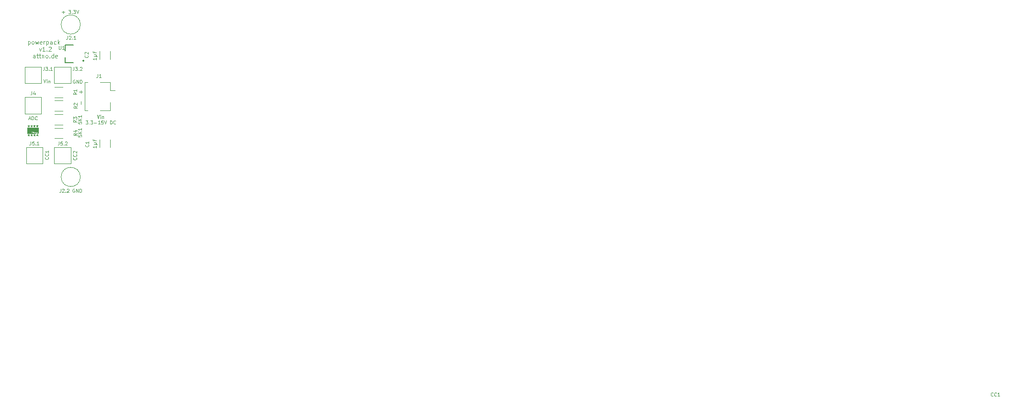
<source format=gbr>
%TF.GenerationSoftware,KiCad,Pcbnew,(5.1.8)-1*%
%TF.CreationDate,2021-08-27T22:01:00+02:00*%
%TF.ProjectId,powerpack_o,706f7765-7270-4616-936b-5f6f2e6b6963,rev?*%
%TF.SameCoordinates,Original*%
%TF.FileFunction,Legend,Top*%
%TF.FilePolarity,Positive*%
%FSLAX46Y46*%
G04 Gerber Fmt 4.6, Leading zero omitted, Abs format (unit mm)*
G04 Created by KiCad (PCBNEW (5.1.8)-1) date 2021-08-27 22:01:00*
%MOMM*%
%LPD*%
G01*
G04 APERTURE LIST*
%ADD10C,0.100000*%
%ADD11C,0.075000*%
%ADD12C,0.010000*%
%ADD13C,0.120000*%
%ADD14C,0.127000*%
%ADD15C,0.200000*%
%ADD16C,0.150000*%
G04 APERTURE END LIST*
D10*
X175914285Y-45480000D02*
X175942857Y-45508571D01*
X175971428Y-45594285D01*
X175971428Y-45651428D01*
X175942857Y-45737142D01*
X175885714Y-45794285D01*
X175828571Y-45822857D01*
X175714285Y-45851428D01*
X175628571Y-45851428D01*
X175514285Y-45822857D01*
X175457142Y-45794285D01*
X175400000Y-45737142D01*
X175371428Y-45651428D01*
X175371428Y-45594285D01*
X175400000Y-45508571D01*
X175428571Y-45480000D01*
X175914285Y-44880000D02*
X175942857Y-44908571D01*
X175971428Y-44994285D01*
X175971428Y-45051428D01*
X175942857Y-45137142D01*
X175885714Y-45194285D01*
X175828571Y-45222857D01*
X175714285Y-45251428D01*
X175628571Y-45251428D01*
X175514285Y-45222857D01*
X175457142Y-45194285D01*
X175400000Y-45137142D01*
X175371428Y-45051428D01*
X175371428Y-44994285D01*
X175400000Y-44908571D01*
X175428571Y-44880000D01*
X175428571Y-44651428D02*
X175400000Y-44622857D01*
X175371428Y-44565714D01*
X175371428Y-44422857D01*
X175400000Y-44365714D01*
X175428571Y-44337142D01*
X175485714Y-44308571D01*
X175542857Y-44308571D01*
X175628571Y-44337142D01*
X175971428Y-44680000D01*
X175971428Y-44308571D01*
D11*
X176447485Y-33835571D02*
X177018914Y-33835571D01*
X176733200Y-34121285D02*
X176733200Y-33549857D01*
X176786771Y-36061614D02*
X176786771Y-35490185D01*
D10*
X173399628Y-19727857D02*
X173856771Y-19727857D01*
X173628200Y-19956428D02*
X173628200Y-19499285D01*
X174542485Y-19356428D02*
X174913914Y-19356428D01*
X174713914Y-19585000D01*
X174799628Y-19585000D01*
X174856771Y-19613571D01*
X174885342Y-19642142D01*
X174913914Y-19699285D01*
X174913914Y-19842142D01*
X174885342Y-19899285D01*
X174856771Y-19927857D01*
X174799628Y-19956428D01*
X174628200Y-19956428D01*
X174571057Y-19927857D01*
X174542485Y-19899285D01*
X175171057Y-19899285D02*
X175199628Y-19927857D01*
X175171057Y-19956428D01*
X175142485Y-19927857D01*
X175171057Y-19899285D01*
X175171057Y-19956428D01*
X175399628Y-19356428D02*
X175771057Y-19356428D01*
X175571057Y-19585000D01*
X175656771Y-19585000D01*
X175713914Y-19613571D01*
X175742485Y-19642142D01*
X175771057Y-19699285D01*
X175771057Y-19842142D01*
X175742485Y-19899285D01*
X175713914Y-19927857D01*
X175656771Y-19956428D01*
X175485342Y-19956428D01*
X175428200Y-19927857D01*
X175399628Y-19899285D01*
X175942485Y-19356428D02*
X176142485Y-19956428D01*
X176342485Y-19356428D01*
X175602857Y-51050000D02*
X175545714Y-51021428D01*
X175460000Y-51021428D01*
X175374285Y-51050000D01*
X175317142Y-51107142D01*
X175288571Y-51164285D01*
X175260000Y-51278571D01*
X175260000Y-51364285D01*
X175288571Y-51478571D01*
X175317142Y-51535714D01*
X175374285Y-51592857D01*
X175460000Y-51621428D01*
X175517142Y-51621428D01*
X175602857Y-51592857D01*
X175631428Y-51564285D01*
X175631428Y-51364285D01*
X175517142Y-51364285D01*
X175888571Y-51621428D02*
X175888571Y-51021428D01*
X176231428Y-51621428D01*
X176231428Y-51021428D01*
X176517142Y-51621428D02*
X176517142Y-51021428D01*
X176660000Y-51021428D01*
X176745714Y-51050000D01*
X176802857Y-51107142D01*
X176831428Y-51164285D01*
X176860000Y-51278571D01*
X176860000Y-51364285D01*
X176831428Y-51478571D01*
X176802857Y-51535714D01*
X176745714Y-51592857D01*
X176660000Y-51621428D01*
X176517142Y-51621428D01*
X167394285Y-24874285D02*
X167394285Y-25624285D01*
X167394285Y-24910000D02*
X167465714Y-24874285D01*
X167608571Y-24874285D01*
X167680000Y-24910000D01*
X167715714Y-24945714D01*
X167751428Y-25017142D01*
X167751428Y-25231428D01*
X167715714Y-25302857D01*
X167680000Y-25338571D01*
X167608571Y-25374285D01*
X167465714Y-25374285D01*
X167394285Y-25338571D01*
X168180000Y-25374285D02*
X168108571Y-25338571D01*
X168072857Y-25302857D01*
X168037142Y-25231428D01*
X168037142Y-25017142D01*
X168072857Y-24945714D01*
X168108571Y-24910000D01*
X168180000Y-24874285D01*
X168287142Y-24874285D01*
X168358571Y-24910000D01*
X168394285Y-24945714D01*
X168430000Y-25017142D01*
X168430000Y-25231428D01*
X168394285Y-25302857D01*
X168358571Y-25338571D01*
X168287142Y-25374285D01*
X168180000Y-25374285D01*
X168680000Y-24874285D02*
X168822857Y-25374285D01*
X168965714Y-25017142D01*
X169108571Y-25374285D01*
X169251428Y-24874285D01*
X169822857Y-25338571D02*
X169751428Y-25374285D01*
X169608571Y-25374285D01*
X169537142Y-25338571D01*
X169501428Y-25267142D01*
X169501428Y-24981428D01*
X169537142Y-24910000D01*
X169608571Y-24874285D01*
X169751428Y-24874285D01*
X169822857Y-24910000D01*
X169858571Y-24981428D01*
X169858571Y-25052857D01*
X169501428Y-25124285D01*
X170180000Y-25374285D02*
X170180000Y-24874285D01*
X170180000Y-25017142D02*
X170215714Y-24945714D01*
X170251428Y-24910000D01*
X170322857Y-24874285D01*
X170394285Y-24874285D01*
X170644285Y-24874285D02*
X170644285Y-25624285D01*
X170644285Y-24910000D02*
X170715714Y-24874285D01*
X170858571Y-24874285D01*
X170930000Y-24910000D01*
X170965714Y-24945714D01*
X171001428Y-25017142D01*
X171001428Y-25231428D01*
X170965714Y-25302857D01*
X170930000Y-25338571D01*
X170858571Y-25374285D01*
X170715714Y-25374285D01*
X170644285Y-25338571D01*
X171644285Y-25374285D02*
X171644285Y-24981428D01*
X171608571Y-24910000D01*
X171537142Y-24874285D01*
X171394285Y-24874285D01*
X171322857Y-24910000D01*
X171644285Y-25338571D02*
X171572857Y-25374285D01*
X171394285Y-25374285D01*
X171322857Y-25338571D01*
X171287142Y-25267142D01*
X171287142Y-25195714D01*
X171322857Y-25124285D01*
X171394285Y-25088571D01*
X171572857Y-25088571D01*
X171644285Y-25052857D01*
X172322857Y-25338571D02*
X172251428Y-25374285D01*
X172108571Y-25374285D01*
X172037142Y-25338571D01*
X172001428Y-25302857D01*
X171965714Y-25231428D01*
X171965714Y-25017142D01*
X172001428Y-24945714D01*
X172037142Y-24910000D01*
X172108571Y-24874285D01*
X172251428Y-24874285D01*
X172322857Y-24910000D01*
X172644285Y-25374285D02*
X172644285Y-24624285D01*
X172715714Y-25088571D02*
X172930000Y-25374285D01*
X172930000Y-24874285D02*
X172644285Y-25160000D01*
X169358571Y-26099285D02*
X169537142Y-26599285D01*
X169715714Y-26099285D01*
X170394285Y-26599285D02*
X169965714Y-26599285D01*
X170180000Y-26599285D02*
X170180000Y-25849285D01*
X170108571Y-25956428D01*
X170037142Y-26027857D01*
X169965714Y-26063571D01*
X170715714Y-26527857D02*
X170751428Y-26563571D01*
X170715714Y-26599285D01*
X170680000Y-26563571D01*
X170715714Y-26527857D01*
X170715714Y-26599285D01*
X171037142Y-25920714D02*
X171072857Y-25885000D01*
X171144285Y-25849285D01*
X171322857Y-25849285D01*
X171394285Y-25885000D01*
X171430000Y-25920714D01*
X171465714Y-25992142D01*
X171465714Y-26063571D01*
X171430000Y-26170714D01*
X171001428Y-26599285D01*
X171465714Y-26599285D01*
X168644285Y-27824285D02*
X168644285Y-27431428D01*
X168608571Y-27360000D01*
X168537142Y-27324285D01*
X168394285Y-27324285D01*
X168322857Y-27360000D01*
X168644285Y-27788571D02*
X168572857Y-27824285D01*
X168394285Y-27824285D01*
X168322857Y-27788571D01*
X168287142Y-27717142D01*
X168287142Y-27645714D01*
X168322857Y-27574285D01*
X168394285Y-27538571D01*
X168572857Y-27538571D01*
X168644285Y-27502857D01*
X168894285Y-27324285D02*
X169180000Y-27324285D01*
X169001428Y-27074285D02*
X169001428Y-27717142D01*
X169037142Y-27788571D01*
X169108571Y-27824285D01*
X169180000Y-27824285D01*
X169322857Y-27324285D02*
X169608571Y-27324285D01*
X169430000Y-27074285D02*
X169430000Y-27717142D01*
X169465714Y-27788571D01*
X169537142Y-27824285D01*
X169608571Y-27824285D01*
X169858571Y-27324285D02*
X169858571Y-27824285D01*
X169858571Y-27395714D02*
X169894285Y-27360000D01*
X169965714Y-27324285D01*
X170072857Y-27324285D01*
X170144285Y-27360000D01*
X170180000Y-27431428D01*
X170180000Y-27824285D01*
X170644285Y-27824285D02*
X170572857Y-27788571D01*
X170537142Y-27752857D01*
X170501428Y-27681428D01*
X170501428Y-27467142D01*
X170537142Y-27395714D01*
X170572857Y-27360000D01*
X170644285Y-27324285D01*
X170751428Y-27324285D01*
X170822857Y-27360000D01*
X170858571Y-27395714D01*
X170894285Y-27467142D01*
X170894285Y-27681428D01*
X170858571Y-27752857D01*
X170822857Y-27788571D01*
X170751428Y-27824285D01*
X170644285Y-27824285D01*
X171215714Y-27752857D02*
X171251428Y-27788571D01*
X171215714Y-27824285D01*
X171180000Y-27788571D01*
X171215714Y-27752857D01*
X171215714Y-27824285D01*
X171894285Y-27824285D02*
X171894285Y-27074285D01*
X171894285Y-27788571D02*
X171822857Y-27824285D01*
X171680000Y-27824285D01*
X171608571Y-27788571D01*
X171572857Y-27752857D01*
X171537142Y-27681428D01*
X171537142Y-27467142D01*
X171572857Y-27395714D01*
X171608571Y-27360000D01*
X171680000Y-27324285D01*
X171822857Y-27324285D01*
X171894285Y-27360000D01*
X172537142Y-27788571D02*
X172465714Y-27824285D01*
X172322857Y-27824285D01*
X172251428Y-27788571D01*
X172215714Y-27717142D01*
X172215714Y-27431428D01*
X172251428Y-27360000D01*
X172322857Y-27324285D01*
X172465714Y-27324285D01*
X172537142Y-27360000D01*
X172572857Y-27431428D01*
X172572857Y-27502857D01*
X172215714Y-27574285D01*
X179595714Y-37931428D02*
X179795714Y-38531428D01*
X179995714Y-37931428D01*
X180195714Y-38531428D02*
X180195714Y-38131428D01*
X180195714Y-37931428D02*
X180167142Y-37960000D01*
X180195714Y-37988571D01*
X180224285Y-37960000D01*
X180195714Y-37931428D01*
X180195714Y-37988571D01*
X180481428Y-38131428D02*
X180481428Y-38531428D01*
X180481428Y-38188571D02*
X180510000Y-38160000D01*
X180567142Y-38131428D01*
X180652857Y-38131428D01*
X180710000Y-38160000D01*
X180738571Y-38217142D01*
X180738571Y-38531428D01*
X177552857Y-38931428D02*
X177924285Y-38931428D01*
X177724285Y-39160000D01*
X177810000Y-39160000D01*
X177867142Y-39188571D01*
X177895714Y-39217142D01*
X177924285Y-39274285D01*
X177924285Y-39417142D01*
X177895714Y-39474285D01*
X177867142Y-39502857D01*
X177810000Y-39531428D01*
X177638571Y-39531428D01*
X177581428Y-39502857D01*
X177552857Y-39474285D01*
X178181428Y-39474285D02*
X178210000Y-39502857D01*
X178181428Y-39531428D01*
X178152857Y-39502857D01*
X178181428Y-39474285D01*
X178181428Y-39531428D01*
X178410000Y-38931428D02*
X178781428Y-38931428D01*
X178581428Y-39160000D01*
X178667142Y-39160000D01*
X178724285Y-39188571D01*
X178752857Y-39217142D01*
X178781428Y-39274285D01*
X178781428Y-39417142D01*
X178752857Y-39474285D01*
X178724285Y-39502857D01*
X178667142Y-39531428D01*
X178495714Y-39531428D01*
X178438571Y-39502857D01*
X178410000Y-39474285D01*
X179038571Y-39302857D02*
X179495714Y-39302857D01*
X180095714Y-39531428D02*
X179752857Y-39531428D01*
X179924285Y-39531428D02*
X179924285Y-38931428D01*
X179867142Y-39017142D01*
X179810000Y-39074285D01*
X179752857Y-39102857D01*
X180638571Y-38931428D02*
X180352857Y-38931428D01*
X180324285Y-39217142D01*
X180352857Y-39188571D01*
X180410000Y-39160000D01*
X180552857Y-39160000D01*
X180610000Y-39188571D01*
X180638571Y-39217142D01*
X180667142Y-39274285D01*
X180667142Y-39417142D01*
X180638571Y-39474285D01*
X180610000Y-39502857D01*
X180552857Y-39531428D01*
X180410000Y-39531428D01*
X180352857Y-39502857D01*
X180324285Y-39474285D01*
X180838571Y-38931428D02*
X181038571Y-39531428D01*
X181238571Y-38931428D01*
X181895714Y-39531428D02*
X181895714Y-38931428D01*
X182038571Y-38931428D01*
X182124285Y-38960000D01*
X182181428Y-39017142D01*
X182210000Y-39074285D01*
X182238571Y-39188571D01*
X182238571Y-39274285D01*
X182210000Y-39388571D01*
X182181428Y-39445714D01*
X182124285Y-39502857D01*
X182038571Y-39531428D01*
X181895714Y-39531428D01*
X182838571Y-39474285D02*
X182810000Y-39502857D01*
X182724285Y-39531428D01*
X182667142Y-39531428D01*
X182581428Y-39502857D01*
X182524285Y-39445714D01*
X182495714Y-39388571D01*
X182467142Y-39274285D01*
X182467142Y-39188571D01*
X182495714Y-39074285D01*
X182524285Y-39017142D01*
X182581428Y-38960000D01*
X182667142Y-38931428D01*
X182724285Y-38931428D01*
X182810000Y-38960000D01*
X182838571Y-38988571D01*
D12*
%TO.C,G\u002A\u002A\u002A*%
G36*
X169131333Y-39771000D02*
G01*
X169089000Y-39813334D01*
X169046666Y-39771000D01*
X169089000Y-39728667D01*
X169131333Y-39771000D01*
G37*
X169131333Y-39771000D02*
X169089000Y-39813334D01*
X169046666Y-39771000D01*
X169089000Y-39728667D01*
X169131333Y-39771000D01*
G36*
X168623333Y-39771000D02*
G01*
X168581000Y-39813334D01*
X168538666Y-39771000D01*
X168581000Y-39728667D01*
X168623333Y-39771000D01*
G37*
X168623333Y-39771000D02*
X168581000Y-39813334D01*
X168538666Y-39771000D01*
X168581000Y-39728667D01*
X168623333Y-39771000D01*
G36*
X168115333Y-39771000D02*
G01*
X168073000Y-39813334D01*
X168030666Y-39771000D01*
X168073000Y-39728667D01*
X168115333Y-39771000D01*
G37*
X168115333Y-39771000D02*
X168073000Y-39813334D01*
X168030666Y-39771000D01*
X168073000Y-39728667D01*
X168115333Y-39771000D01*
G36*
X167946000Y-39771000D02*
G01*
X167903666Y-39813334D01*
X167861333Y-39771000D01*
X167903666Y-39728667D01*
X167946000Y-39771000D01*
G37*
X167946000Y-39771000D02*
X167903666Y-39813334D01*
X167861333Y-39771000D01*
X167903666Y-39728667D01*
X167946000Y-39771000D01*
G36*
X167607333Y-39771000D02*
G01*
X167565000Y-39813334D01*
X167522666Y-39771000D01*
X167565000Y-39728667D01*
X167607333Y-39771000D01*
G37*
X167607333Y-39771000D02*
X167565000Y-39813334D01*
X167522666Y-39771000D01*
X167565000Y-39728667D01*
X167607333Y-39771000D01*
G36*
X167438000Y-39771000D02*
G01*
X167395666Y-39813334D01*
X167353333Y-39771000D01*
X167395666Y-39728667D01*
X167438000Y-39771000D01*
G37*
X167438000Y-39771000D02*
X167395666Y-39813334D01*
X167353333Y-39771000D01*
X167395666Y-39728667D01*
X167438000Y-39771000D01*
G36*
X168943114Y-39771000D02*
G01*
X169064488Y-39903089D01*
X169082929Y-39919167D01*
X169083665Y-39971976D01*
X169018444Y-39982667D01*
X168899513Y-39913722D01*
X168878629Y-39834500D01*
X168905784Y-39747890D01*
X168943114Y-39771000D01*
G37*
X168943114Y-39771000D02*
X169064488Y-39903089D01*
X169082929Y-39919167D01*
X169083665Y-39971976D01*
X169018444Y-39982667D01*
X168899513Y-39913722D01*
X168878629Y-39834500D01*
X168905784Y-39747890D01*
X168943114Y-39771000D01*
G36*
X168435114Y-39771000D02*
G01*
X168556488Y-39903089D01*
X168574929Y-39919167D01*
X168575665Y-39971976D01*
X168510444Y-39982667D01*
X168391513Y-39913722D01*
X168370629Y-39834500D01*
X168397784Y-39747890D01*
X168435114Y-39771000D01*
G37*
X168435114Y-39771000D02*
X168556488Y-39903089D01*
X168574929Y-39919167D01*
X168575665Y-39971976D01*
X168510444Y-39982667D01*
X168391513Y-39913722D01*
X168370629Y-39834500D01*
X168397784Y-39747890D01*
X168435114Y-39771000D01*
G36*
X168092402Y-39931514D02*
G01*
X168067151Y-39969996D01*
X167981277Y-39975983D01*
X167890935Y-39955305D01*
X167930125Y-39924830D01*
X168062448Y-39914736D01*
X168092402Y-39931514D01*
G37*
X168092402Y-39931514D02*
X168067151Y-39969996D01*
X167981277Y-39975983D01*
X167890935Y-39955305D01*
X167930125Y-39924830D01*
X168062448Y-39914736D01*
X168092402Y-39931514D01*
G36*
X167584402Y-39931514D02*
G01*
X167559151Y-39969996D01*
X167473277Y-39975983D01*
X167382935Y-39955305D01*
X167422124Y-39924830D01*
X167554448Y-39914736D01*
X167584402Y-39931514D01*
G37*
X167584402Y-39931514D02*
X167559151Y-39969996D01*
X167473277Y-39975983D01*
X167382935Y-39955305D01*
X167422124Y-39924830D01*
X167554448Y-39914736D01*
X167584402Y-39931514D01*
G36*
X169216000Y-40660000D02*
G01*
X169208745Y-40945976D01*
X169179782Y-41099520D01*
X169118306Y-41157179D01*
X169067833Y-41161316D01*
X168987600Y-41139632D01*
X169025500Y-41111927D01*
X169132080Y-41035973D01*
X169089882Y-40970734D01*
X168919358Y-40932826D01*
X168800554Y-40929179D01*
X168564811Y-40918979D01*
X168400393Y-40887970D01*
X168381115Y-40878948D01*
X168246243Y-40856590D01*
X168063808Y-40883236D01*
X167910811Y-40941088D01*
X167861333Y-40999089D01*
X167938024Y-41036191D01*
X168136261Y-41062793D01*
X168338048Y-41071515D01*
X168606422Y-41082085D01*
X168798806Y-41103382D01*
X168860159Y-41122605D01*
X168801740Y-41141850D01*
X168607805Y-41157049D01*
X168312160Y-41166216D01*
X168087111Y-41168000D01*
X167268666Y-41168000D01*
X167268666Y-40152000D01*
X169216000Y-40152000D01*
X169216000Y-40660000D01*
G37*
X169216000Y-40660000D02*
X169208745Y-40945976D01*
X169179782Y-41099520D01*
X169118306Y-41157179D01*
X169067833Y-41161316D01*
X168987600Y-41139632D01*
X169025500Y-41111927D01*
X169132080Y-41035973D01*
X169089882Y-40970734D01*
X168919358Y-40932826D01*
X168800554Y-40929179D01*
X168564811Y-40918979D01*
X168400393Y-40887970D01*
X168381115Y-40878948D01*
X168246243Y-40856590D01*
X168063808Y-40883236D01*
X167910811Y-40941088D01*
X167861333Y-40999089D01*
X167938024Y-41036191D01*
X168136261Y-41062793D01*
X168338048Y-41071515D01*
X168606422Y-41082085D01*
X168798806Y-41103382D01*
X168860159Y-41122605D01*
X168801740Y-41141850D01*
X168607805Y-41157049D01*
X168312160Y-41166216D01*
X168087111Y-41168000D01*
X167268666Y-41168000D01*
X167268666Y-40152000D01*
X169216000Y-40152000D01*
X169216000Y-40660000D01*
G36*
X168600402Y-41370847D02*
G01*
X168575151Y-41409329D01*
X168489277Y-41415316D01*
X168398935Y-41394639D01*
X168438125Y-41364163D01*
X168570448Y-41354070D01*
X168600402Y-41370847D01*
G37*
X168600402Y-41370847D02*
X168575151Y-41409329D01*
X168489277Y-41415316D01*
X168398935Y-41394639D01*
X168438125Y-41364163D01*
X168570448Y-41354070D01*
X168600402Y-41370847D01*
G36*
X168092402Y-41370847D02*
G01*
X168067151Y-41409329D01*
X167981277Y-41415316D01*
X167890935Y-41394639D01*
X167930125Y-41364163D01*
X168062448Y-41354070D01*
X168092402Y-41370847D01*
G37*
X168092402Y-41370847D02*
X168067151Y-41409329D01*
X167981277Y-41415316D01*
X167890935Y-41394639D01*
X167930125Y-41364163D01*
X168062448Y-41354070D01*
X168092402Y-41370847D01*
G36*
X167584402Y-41370847D02*
G01*
X167559151Y-41409329D01*
X167473277Y-41415316D01*
X167382935Y-41394639D01*
X167422124Y-41364163D01*
X167554448Y-41354070D01*
X167584402Y-41370847D01*
G37*
X167584402Y-41370847D02*
X167559151Y-41409329D01*
X167473277Y-41415316D01*
X167382935Y-41394639D01*
X167422124Y-41364163D01*
X167554448Y-41354070D01*
X167584402Y-41370847D01*
G36*
X169131333Y-41549000D02*
G01*
X169089000Y-41591334D01*
X169046666Y-41549000D01*
X169089000Y-41506667D01*
X169131333Y-41549000D01*
G37*
X169131333Y-41549000D02*
X169089000Y-41591334D01*
X169046666Y-41549000D01*
X169089000Y-41506667D01*
X169131333Y-41549000D01*
G36*
X169112110Y-41365785D02*
G01*
X169089000Y-41403115D01*
X168956910Y-41524488D01*
X168940833Y-41542930D01*
X168888024Y-41543665D01*
X168877333Y-41478445D01*
X168946278Y-41359514D01*
X169025500Y-41338630D01*
X169112110Y-41365785D01*
G37*
X169112110Y-41365785D02*
X169089000Y-41403115D01*
X168956910Y-41524488D01*
X168940833Y-41542930D01*
X168888024Y-41543665D01*
X168877333Y-41478445D01*
X168946278Y-41359514D01*
X169025500Y-41338630D01*
X169112110Y-41365785D01*
G36*
X168623333Y-41549000D02*
G01*
X168581000Y-41591334D01*
X168538666Y-41549000D01*
X168581000Y-41506667D01*
X168623333Y-41549000D01*
G37*
X168623333Y-41549000D02*
X168581000Y-41591334D01*
X168538666Y-41549000D01*
X168581000Y-41506667D01*
X168623333Y-41549000D01*
G36*
X168454000Y-41549000D02*
G01*
X168411666Y-41591334D01*
X168369333Y-41549000D01*
X168411666Y-41506667D01*
X168454000Y-41549000D01*
G37*
X168454000Y-41549000D02*
X168411666Y-41591334D01*
X168369333Y-41549000D01*
X168411666Y-41506667D01*
X168454000Y-41549000D01*
G36*
X168115333Y-41549000D02*
G01*
X168073000Y-41591334D01*
X168030666Y-41549000D01*
X168073000Y-41506667D01*
X168115333Y-41549000D01*
G37*
X168115333Y-41549000D02*
X168073000Y-41591334D01*
X168030666Y-41549000D01*
X168073000Y-41506667D01*
X168115333Y-41549000D01*
G36*
X167946000Y-41549000D02*
G01*
X167903666Y-41591334D01*
X167861333Y-41549000D01*
X167903666Y-41506667D01*
X167946000Y-41549000D01*
G37*
X167946000Y-41549000D02*
X167903666Y-41591334D01*
X167861333Y-41549000D01*
X167903666Y-41506667D01*
X167946000Y-41549000D01*
G36*
X167607333Y-41549000D02*
G01*
X167565000Y-41591334D01*
X167522666Y-41549000D01*
X167565000Y-41506667D01*
X167607333Y-41549000D01*
G37*
X167607333Y-41549000D02*
X167565000Y-41591334D01*
X167522666Y-41549000D01*
X167565000Y-41506667D01*
X167607333Y-41549000D01*
G36*
X167438000Y-41549000D02*
G01*
X167395666Y-41591334D01*
X167353333Y-41549000D01*
X167395666Y-41506667D01*
X167438000Y-41549000D01*
G37*
X167438000Y-41549000D02*
X167395666Y-41591334D01*
X167353333Y-41549000D01*
X167395666Y-41506667D01*
X167438000Y-41549000D01*
D13*
%TO.C,R2*%
X172052936Y-37200000D02*
X173507064Y-37200000D01*
X172052936Y-35380000D02*
X173507064Y-35380000D01*
%TO.C,R1*%
X172052936Y-34825001D02*
X173507064Y-34825001D01*
X172052936Y-33005001D02*
X173507064Y-33005001D01*
%TO.C,J4*%
X166810000Y-37690000D02*
X166810000Y-34790000D01*
X169710000Y-37690000D02*
X166810000Y-37690000D01*
X169710000Y-34790000D02*
X169710000Y-37690000D01*
X166810000Y-34790000D02*
X169710000Y-34790000D01*
%TO.C,J2.1*%
X176642500Y-21907500D02*
G75*
G03*
X176642500Y-21907500I-1700000J0D01*
G01*
D14*
%TO.C,U1*%
X173925800Y-27747200D02*
X173925800Y-28697200D01*
X175425800Y-25557200D02*
X173925800Y-25557200D01*
X173925800Y-25557200D02*
X173925800Y-26507200D01*
X173925800Y-28697200D02*
X175425800Y-28697200D01*
D15*
X177275800Y-28327200D02*
G75*
G03*
X177275800Y-28327200I-100000J0D01*
G01*
D13*
%TO.C,C1*%
X181910000Y-42265548D02*
X181910000Y-43688052D01*
X180090000Y-42265548D02*
X180090000Y-43688052D01*
%TO.C,C2*%
X180090000Y-26669948D02*
X180090000Y-28092452D01*
X181910000Y-26669948D02*
X181910000Y-28092452D01*
%TO.C,J1*%
X177382400Y-37155600D02*
X177932400Y-37155600D01*
X177382400Y-32135600D02*
X177382400Y-37155600D01*
X177932400Y-32135600D02*
X177382400Y-32135600D01*
X181902400Y-37155600D02*
X181902400Y-35705600D01*
X180152400Y-37155600D02*
X181902400Y-37155600D01*
X181902400Y-33585600D02*
X182792400Y-33585600D01*
X181902400Y-32135600D02*
X181902400Y-33585600D01*
X180152400Y-32135600D02*
X181902400Y-32135600D01*
%TO.C,J3.2*%
X172030000Y-32300000D02*
X172030000Y-29400000D01*
X174930000Y-32300000D02*
X172030000Y-32300000D01*
X174930000Y-29400000D02*
X174930000Y-32300000D01*
X172030000Y-29400000D02*
X174930000Y-29400000D01*
%TO.C,J3.1*%
X166810000Y-29390000D02*
X169710000Y-29390000D01*
X169710000Y-29390000D02*
X169710000Y-32290000D01*
X169710000Y-32290000D02*
X166810000Y-32290000D01*
X166810000Y-32290000D02*
X166810000Y-29390000D01*
%TO.C,J2.2*%
X176642500Y-48895000D02*
G75*
G03*
X176642500Y-48895000I-1700000J0D01*
G01*
%TO.C,J5.1*%
X167060000Y-43650000D02*
X169960000Y-43650000D01*
X169960000Y-43650000D02*
X169960000Y-46550000D01*
X169960000Y-46550000D02*
X167060000Y-46550000D01*
X167060000Y-46550000D02*
X167060000Y-43650000D01*
%TO.C,R3*%
X172052936Y-37830000D02*
X173507064Y-37830000D01*
X172052936Y-39650000D02*
X173507064Y-39650000D01*
%TO.C,J5.2*%
X172030000Y-43650000D02*
X174930000Y-43650000D01*
X174930000Y-43650000D02*
X174930000Y-46550000D01*
X174930000Y-46550000D02*
X172030000Y-46550000D01*
X172030000Y-46550000D02*
X172030000Y-43650000D01*
%TO.C,R4*%
X172062936Y-40220000D02*
X173517064Y-40220000D01*
X172062936Y-42040000D02*
X173517064Y-42040000D01*
%TO.C,*%
D16*
D10*
X337970000Y-87634285D02*
X337941428Y-87662857D01*
X337855714Y-87691428D01*
X337798571Y-87691428D01*
X337712857Y-87662857D01*
X337655714Y-87605714D01*
X337627142Y-87548571D01*
X337598571Y-87434285D01*
X337598571Y-87348571D01*
X337627142Y-87234285D01*
X337655714Y-87177142D01*
X337712857Y-87120000D01*
X337798571Y-87091428D01*
X337855714Y-87091428D01*
X337941428Y-87120000D01*
X337970000Y-87148571D01*
X338570000Y-87634285D02*
X338541428Y-87662857D01*
X338455714Y-87691428D01*
X338398571Y-87691428D01*
X338312857Y-87662857D01*
X338255714Y-87605714D01*
X338227142Y-87548571D01*
X338198571Y-87434285D01*
X338198571Y-87348571D01*
X338227142Y-87234285D01*
X338255714Y-87177142D01*
X338312857Y-87120000D01*
X338398571Y-87091428D01*
X338455714Y-87091428D01*
X338541428Y-87120000D01*
X338570000Y-87148571D01*
X339141428Y-87691428D02*
X338798571Y-87691428D01*
X338970000Y-87691428D02*
X338970000Y-87091428D01*
X338912857Y-87177142D01*
X338855714Y-87234285D01*
X338798571Y-87262857D01*
D16*
D10*
X170924285Y-45390000D02*
X170952857Y-45418571D01*
X170981428Y-45504285D01*
X170981428Y-45561428D01*
X170952857Y-45647142D01*
X170895714Y-45704285D01*
X170838571Y-45732857D01*
X170724285Y-45761428D01*
X170638571Y-45761428D01*
X170524285Y-45732857D01*
X170467142Y-45704285D01*
X170410000Y-45647142D01*
X170381428Y-45561428D01*
X170381428Y-45504285D01*
X170410000Y-45418571D01*
X170438571Y-45390000D01*
X170924285Y-44790000D02*
X170952857Y-44818571D01*
X170981428Y-44904285D01*
X170981428Y-44961428D01*
X170952857Y-45047142D01*
X170895714Y-45104285D01*
X170838571Y-45132857D01*
X170724285Y-45161428D01*
X170638571Y-45161428D01*
X170524285Y-45132857D01*
X170467142Y-45104285D01*
X170410000Y-45047142D01*
X170381428Y-44961428D01*
X170381428Y-44904285D01*
X170410000Y-44818571D01*
X170438571Y-44790000D01*
X170981428Y-44218571D02*
X170981428Y-44561428D01*
X170981428Y-44390000D02*
X170381428Y-44390000D01*
X170467142Y-44447142D01*
X170524285Y-44504285D01*
X170552857Y-44561428D01*
%TO.C,R2*%
X176066427Y-36374999D02*
X175780713Y-36574999D01*
X176066427Y-36717856D02*
X175466427Y-36717856D01*
X175466427Y-36489284D01*
X175494999Y-36432141D01*
X175523570Y-36403570D01*
X175580713Y-36374999D01*
X175666427Y-36374999D01*
X175723570Y-36403570D01*
X175752141Y-36432141D01*
X175780713Y-36489284D01*
X175780713Y-36717856D01*
X175523570Y-36146427D02*
X175494999Y-36117856D01*
X175466427Y-36060713D01*
X175466427Y-35917856D01*
X175494999Y-35860713D01*
X175523570Y-35832141D01*
X175580713Y-35803570D01*
X175637856Y-35803570D01*
X175723570Y-35832141D01*
X176066427Y-36174999D01*
X176066427Y-35803570D01*
%TO.C,R1*%
X176026427Y-33940000D02*
X175740713Y-34140000D01*
X176026427Y-34282857D02*
X175426427Y-34282857D01*
X175426427Y-34054285D01*
X175454999Y-33997142D01*
X175483570Y-33968571D01*
X175540713Y-33940000D01*
X175626427Y-33940000D01*
X175683570Y-33968571D01*
X175712141Y-33997142D01*
X175740713Y-34054285D01*
X175740713Y-34282857D01*
X176026427Y-33368571D02*
X176026427Y-33711428D01*
X176026427Y-33540000D02*
X175426427Y-33540000D01*
X175512141Y-33597142D01*
X175569284Y-33654285D01*
X175597856Y-33711428D01*
%TO.C,J4*%
X168060000Y-33763428D02*
X168060000Y-34192000D01*
X168031428Y-34277714D01*
X167974285Y-34334857D01*
X167888571Y-34363428D01*
X167831428Y-34363428D01*
X168602857Y-33963428D02*
X168602857Y-34363428D01*
X168460000Y-33734857D02*
X168317142Y-34163428D01*
X168688571Y-34163428D01*
X167517142Y-38590000D02*
X167802857Y-38590000D01*
X167460000Y-38761428D02*
X167660000Y-38161428D01*
X167860000Y-38761428D01*
X168060000Y-38761428D02*
X168060000Y-38161428D01*
X168202857Y-38161428D01*
X168288571Y-38190000D01*
X168345714Y-38247142D01*
X168374285Y-38304285D01*
X168402857Y-38418571D01*
X168402857Y-38504285D01*
X168374285Y-38618571D01*
X168345714Y-38675714D01*
X168288571Y-38732857D01*
X168202857Y-38761428D01*
X168060000Y-38761428D01*
X169002857Y-38704285D02*
X168974285Y-38732857D01*
X168888571Y-38761428D01*
X168831428Y-38761428D01*
X168745714Y-38732857D01*
X168688571Y-38675714D01*
X168660000Y-38618571D01*
X168631428Y-38504285D01*
X168631428Y-38418571D01*
X168660000Y-38304285D01*
X168688571Y-38247142D01*
X168745714Y-38190000D01*
X168831428Y-38161428D01*
X168888571Y-38161428D01*
X168974285Y-38190000D01*
X169002857Y-38218571D01*
%TO.C,J2.1*%
X174361428Y-23911428D02*
X174361428Y-24340000D01*
X174332857Y-24425714D01*
X174275714Y-24482857D01*
X174190000Y-24511428D01*
X174132857Y-24511428D01*
X174618571Y-23968571D02*
X174647142Y-23940000D01*
X174704285Y-23911428D01*
X174847142Y-23911428D01*
X174904285Y-23940000D01*
X174932857Y-23968571D01*
X174961428Y-24025714D01*
X174961428Y-24082857D01*
X174932857Y-24168571D01*
X174590000Y-24511428D01*
X174961428Y-24511428D01*
X175218571Y-24454285D02*
X175247142Y-24482857D01*
X175218571Y-24511428D01*
X175190000Y-24482857D01*
X175218571Y-24454285D01*
X175218571Y-24511428D01*
X175818571Y-24511428D02*
X175475714Y-24511428D01*
X175647142Y-24511428D02*
X175647142Y-23911428D01*
X175590000Y-23997142D01*
X175532857Y-24054285D01*
X175475714Y-24082857D01*
%TO.C,U1*%
X172822857Y-25731428D02*
X172822857Y-26217142D01*
X172851428Y-26274285D01*
X172880000Y-26302857D01*
X172937142Y-26331428D01*
X173051428Y-26331428D01*
X173108571Y-26302857D01*
X173137142Y-26274285D01*
X173165714Y-26217142D01*
X173165714Y-25731428D01*
X173765714Y-26331428D02*
X173422857Y-26331428D01*
X173594285Y-26331428D02*
X173594285Y-25731428D01*
X173537142Y-25817142D01*
X173480000Y-25874285D01*
X173422857Y-25902857D01*
%TO.C,C1*%
X178039285Y-43178400D02*
X178067857Y-43206971D01*
X178096428Y-43292685D01*
X178096428Y-43349828D01*
X178067857Y-43435542D01*
X178010714Y-43492685D01*
X177953571Y-43521257D01*
X177839285Y-43549828D01*
X177753571Y-43549828D01*
X177639285Y-43521257D01*
X177582142Y-43492685D01*
X177525000Y-43435542D01*
X177496428Y-43349828D01*
X177496428Y-43292685D01*
X177525000Y-43206971D01*
X177553571Y-43178400D01*
X178096428Y-42606971D02*
X178096428Y-42949828D01*
X178096428Y-42778400D02*
X177496428Y-42778400D01*
X177582142Y-42835542D01*
X177639285Y-42892685D01*
X177667857Y-42949828D01*
X179421428Y-43376800D02*
X179421428Y-43719657D01*
X179421428Y-43548228D02*
X178821428Y-43548228D01*
X178907142Y-43605371D01*
X178964285Y-43662514D01*
X178992857Y-43719657D01*
X179021428Y-43119657D02*
X179621428Y-43119657D01*
X179335714Y-42833942D02*
X179392857Y-42805371D01*
X179421428Y-42748228D01*
X179335714Y-43119657D02*
X179392857Y-43091085D01*
X179421428Y-43033942D01*
X179421428Y-42919657D01*
X179392857Y-42862514D01*
X179335714Y-42833942D01*
X179021428Y-42833942D01*
X179107142Y-42291085D02*
X179107142Y-42491085D01*
X179421428Y-42491085D02*
X178821428Y-42491085D01*
X178821428Y-42205371D01*
%TO.C,C2*%
X177937685Y-27379600D02*
X177966257Y-27408171D01*
X177994828Y-27493885D01*
X177994828Y-27551028D01*
X177966257Y-27636742D01*
X177909114Y-27693885D01*
X177851971Y-27722457D01*
X177737685Y-27751028D01*
X177651971Y-27751028D01*
X177537685Y-27722457D01*
X177480542Y-27693885D01*
X177423400Y-27636742D01*
X177394828Y-27551028D01*
X177394828Y-27493885D01*
X177423400Y-27408171D01*
X177451971Y-27379600D01*
X177451971Y-27151028D02*
X177423400Y-27122457D01*
X177394828Y-27065314D01*
X177394828Y-26922457D01*
X177423400Y-26865314D01*
X177451971Y-26836742D01*
X177509114Y-26808171D01*
X177566257Y-26808171D01*
X177651971Y-26836742D01*
X177994828Y-27179600D01*
X177994828Y-26808171D01*
X179421428Y-27781200D02*
X179421428Y-28124057D01*
X179421428Y-27952628D02*
X178821428Y-27952628D01*
X178907142Y-28009771D01*
X178964285Y-28066914D01*
X178992857Y-28124057D01*
X179021428Y-27524057D02*
X179621428Y-27524057D01*
X179335714Y-27238342D02*
X179392857Y-27209771D01*
X179421428Y-27152628D01*
X179335714Y-27524057D02*
X179392857Y-27495485D01*
X179421428Y-27438342D01*
X179421428Y-27324057D01*
X179392857Y-27266914D01*
X179335714Y-27238342D01*
X179021428Y-27238342D01*
X179107142Y-26695485D02*
X179107142Y-26895485D01*
X179421428Y-26895485D02*
X178821428Y-26895485D01*
X178821428Y-26609771D01*
%TO.C,J1*%
X179670000Y-30721428D02*
X179670000Y-31150000D01*
X179641428Y-31235714D01*
X179584285Y-31292857D01*
X179498571Y-31321428D01*
X179441428Y-31321428D01*
X180270000Y-31321428D02*
X179927142Y-31321428D01*
X180098571Y-31321428D02*
X180098571Y-30721428D01*
X180041428Y-30807142D01*
X179984285Y-30864285D01*
X179927142Y-30892857D01*
%TO.C,J3.2*%
X175501428Y-29441428D02*
X175501428Y-29870000D01*
X175472857Y-29955714D01*
X175415714Y-30012857D01*
X175330000Y-30041428D01*
X175272857Y-30041428D01*
X175730000Y-29441428D02*
X176101428Y-29441428D01*
X175901428Y-29670000D01*
X175987142Y-29670000D01*
X176044285Y-29698571D01*
X176072857Y-29727142D01*
X176101428Y-29784285D01*
X176101428Y-29927142D01*
X176072857Y-29984285D01*
X176044285Y-30012857D01*
X175987142Y-30041428D01*
X175815714Y-30041428D01*
X175758571Y-30012857D01*
X175730000Y-29984285D01*
X176358571Y-29984285D02*
X176387142Y-30012857D01*
X176358571Y-30041428D01*
X176330000Y-30012857D01*
X176358571Y-29984285D01*
X176358571Y-30041428D01*
X176615714Y-29498571D02*
X176644285Y-29470000D01*
X176701428Y-29441428D01*
X176844285Y-29441428D01*
X176901428Y-29470000D01*
X176930000Y-29498571D01*
X176958571Y-29555714D01*
X176958571Y-29612857D01*
X176930000Y-29698571D01*
X176587142Y-30041428D01*
X176958571Y-30041428D01*
X175672857Y-31730000D02*
X175615714Y-31701428D01*
X175530000Y-31701428D01*
X175444285Y-31730000D01*
X175387142Y-31787142D01*
X175358571Y-31844285D01*
X175330000Y-31958571D01*
X175330000Y-32044285D01*
X175358571Y-32158571D01*
X175387142Y-32215714D01*
X175444285Y-32272857D01*
X175530000Y-32301428D01*
X175587142Y-32301428D01*
X175672857Y-32272857D01*
X175701428Y-32244285D01*
X175701428Y-32044285D01*
X175587142Y-32044285D01*
X175958571Y-32301428D02*
X175958571Y-31701428D01*
X176301428Y-32301428D01*
X176301428Y-31701428D01*
X176587142Y-32301428D02*
X176587142Y-31701428D01*
X176730000Y-31701428D01*
X176815714Y-31730000D01*
X176872857Y-31787142D01*
X176901428Y-31844285D01*
X176930000Y-31958571D01*
X176930000Y-32044285D01*
X176901428Y-32158571D01*
X176872857Y-32215714D01*
X176815714Y-32272857D01*
X176730000Y-32301428D01*
X176587142Y-32301428D01*
%TO.C,J3.1*%
X170251428Y-29431428D02*
X170251428Y-29860000D01*
X170222857Y-29945714D01*
X170165714Y-30002857D01*
X170080000Y-30031428D01*
X170022857Y-30031428D01*
X170480000Y-29431428D02*
X170851428Y-29431428D01*
X170651428Y-29660000D01*
X170737142Y-29660000D01*
X170794285Y-29688571D01*
X170822857Y-29717142D01*
X170851428Y-29774285D01*
X170851428Y-29917142D01*
X170822857Y-29974285D01*
X170794285Y-30002857D01*
X170737142Y-30031428D01*
X170565714Y-30031428D01*
X170508571Y-30002857D01*
X170480000Y-29974285D01*
X171108571Y-29974285D02*
X171137142Y-30002857D01*
X171108571Y-30031428D01*
X171080000Y-30002857D01*
X171108571Y-29974285D01*
X171108571Y-30031428D01*
X171708571Y-30031428D02*
X171365714Y-30031428D01*
X171537142Y-30031428D02*
X171537142Y-29431428D01*
X171480000Y-29517142D01*
X171422857Y-29574285D01*
X171365714Y-29602857D01*
X170105714Y-31651428D02*
X170305714Y-32251428D01*
X170505714Y-31651428D01*
X170705714Y-32251428D02*
X170705714Y-31851428D01*
X170705714Y-31651428D02*
X170677142Y-31680000D01*
X170705714Y-31708571D01*
X170734285Y-31680000D01*
X170705714Y-31651428D01*
X170705714Y-31708571D01*
X170991428Y-31851428D02*
X170991428Y-32251428D01*
X170991428Y-31908571D02*
X171020000Y-31880000D01*
X171077142Y-31851428D01*
X171162857Y-31851428D01*
X171220000Y-31880000D01*
X171248571Y-31937142D01*
X171248571Y-32251428D01*
%TO.C,J2.2*%
X173161428Y-51001428D02*
X173161428Y-51430000D01*
X173132857Y-51515714D01*
X173075714Y-51572857D01*
X172990000Y-51601428D01*
X172932857Y-51601428D01*
X173418571Y-51058571D02*
X173447142Y-51030000D01*
X173504285Y-51001428D01*
X173647142Y-51001428D01*
X173704285Y-51030000D01*
X173732857Y-51058571D01*
X173761428Y-51115714D01*
X173761428Y-51172857D01*
X173732857Y-51258571D01*
X173390000Y-51601428D01*
X173761428Y-51601428D01*
X174018571Y-51544285D02*
X174047142Y-51572857D01*
X174018571Y-51601428D01*
X173990000Y-51572857D01*
X174018571Y-51544285D01*
X174018571Y-51601428D01*
X174275714Y-51058571D02*
X174304285Y-51030000D01*
X174361428Y-51001428D01*
X174504285Y-51001428D01*
X174561428Y-51030000D01*
X174590000Y-51058571D01*
X174618571Y-51115714D01*
X174618571Y-51172857D01*
X174590000Y-51258571D01*
X174247142Y-51601428D01*
X174618571Y-51601428D01*
%TO.C,J5.1*%
X167871428Y-42611428D02*
X167871428Y-43040000D01*
X167842857Y-43125714D01*
X167785714Y-43182857D01*
X167700000Y-43211428D01*
X167642857Y-43211428D01*
X168442857Y-42611428D02*
X168157142Y-42611428D01*
X168128571Y-42897142D01*
X168157142Y-42868571D01*
X168214285Y-42840000D01*
X168357142Y-42840000D01*
X168414285Y-42868571D01*
X168442857Y-42897142D01*
X168471428Y-42954285D01*
X168471428Y-43097142D01*
X168442857Y-43154285D01*
X168414285Y-43182857D01*
X168357142Y-43211428D01*
X168214285Y-43211428D01*
X168157142Y-43182857D01*
X168128571Y-43154285D01*
X168728571Y-43154285D02*
X168757142Y-43182857D01*
X168728571Y-43211428D01*
X168700000Y-43182857D01*
X168728571Y-43154285D01*
X168728571Y-43211428D01*
X169328571Y-43211428D02*
X168985714Y-43211428D01*
X169157142Y-43211428D02*
X169157142Y-42611428D01*
X169100000Y-42697142D01*
X169042857Y-42754285D01*
X168985714Y-42782857D01*
%TO.C,R3*%
X175991428Y-38840000D02*
X175705714Y-39040000D01*
X175991428Y-39182857D02*
X175391428Y-39182857D01*
X175391428Y-38954285D01*
X175420000Y-38897142D01*
X175448571Y-38868571D01*
X175505714Y-38840000D01*
X175591428Y-38840000D01*
X175648571Y-38868571D01*
X175677142Y-38897142D01*
X175705714Y-38954285D01*
X175705714Y-39182857D01*
X175391428Y-38640000D02*
X175391428Y-38268571D01*
X175620000Y-38468571D01*
X175620000Y-38382857D01*
X175648571Y-38325714D01*
X175677142Y-38297142D01*
X175734285Y-38268571D01*
X175877142Y-38268571D01*
X175934285Y-38297142D01*
X175962857Y-38325714D01*
X175991428Y-38382857D01*
X175991428Y-38554285D01*
X175962857Y-38611428D01*
X175934285Y-38640000D01*
X176231428Y-39162857D02*
X176231428Y-39448571D01*
X176517142Y-39477142D01*
X176488571Y-39448571D01*
X176460000Y-39391428D01*
X176460000Y-39248571D01*
X176488571Y-39191428D01*
X176517142Y-39162857D01*
X176574285Y-39134285D01*
X176717142Y-39134285D01*
X176774285Y-39162857D01*
X176802857Y-39191428D01*
X176831428Y-39248571D01*
X176831428Y-39391428D01*
X176802857Y-39448571D01*
X176774285Y-39477142D01*
X176831428Y-38877142D02*
X176231428Y-38877142D01*
X176831428Y-38534285D02*
X176488571Y-38791428D01*
X176231428Y-38534285D02*
X176574285Y-38877142D01*
X176831428Y-37962857D02*
X176831428Y-38305714D01*
X176831428Y-38134285D02*
X176231428Y-38134285D01*
X176317142Y-38191428D01*
X176374285Y-38248571D01*
X176402857Y-38305714D01*
%TO.C,J5.2*%
X172871428Y-42651428D02*
X172871428Y-43080000D01*
X172842857Y-43165714D01*
X172785714Y-43222857D01*
X172700000Y-43251428D01*
X172642857Y-43251428D01*
X173442857Y-42651428D02*
X173157142Y-42651428D01*
X173128571Y-42937142D01*
X173157142Y-42908571D01*
X173214285Y-42880000D01*
X173357142Y-42880000D01*
X173414285Y-42908571D01*
X173442857Y-42937142D01*
X173471428Y-42994285D01*
X173471428Y-43137142D01*
X173442857Y-43194285D01*
X173414285Y-43222857D01*
X173357142Y-43251428D01*
X173214285Y-43251428D01*
X173157142Y-43222857D01*
X173128571Y-43194285D01*
X173728571Y-43194285D02*
X173757142Y-43222857D01*
X173728571Y-43251428D01*
X173700000Y-43222857D01*
X173728571Y-43194285D01*
X173728571Y-43251428D01*
X173985714Y-42708571D02*
X174014285Y-42680000D01*
X174071428Y-42651428D01*
X174214285Y-42651428D01*
X174271428Y-42680000D01*
X174300000Y-42708571D01*
X174328571Y-42765714D01*
X174328571Y-42822857D01*
X174300000Y-42908571D01*
X173957142Y-43251428D01*
X174328571Y-43251428D01*
%TO.C,R4*%
X176051428Y-41180000D02*
X175765714Y-41380000D01*
X176051428Y-41522857D02*
X175451428Y-41522857D01*
X175451428Y-41294285D01*
X175480000Y-41237142D01*
X175508571Y-41208571D01*
X175565714Y-41180000D01*
X175651428Y-41180000D01*
X175708571Y-41208571D01*
X175737142Y-41237142D01*
X175765714Y-41294285D01*
X175765714Y-41522857D01*
X175651428Y-40665714D02*
X176051428Y-40665714D01*
X175422857Y-40808571D02*
X175851428Y-40951428D01*
X175851428Y-40580000D01*
X176251428Y-41472857D02*
X176251428Y-41758571D01*
X176537142Y-41787142D01*
X176508571Y-41758571D01*
X176480000Y-41701428D01*
X176480000Y-41558571D01*
X176508571Y-41501428D01*
X176537142Y-41472857D01*
X176594285Y-41444285D01*
X176737142Y-41444285D01*
X176794285Y-41472857D01*
X176822857Y-41501428D01*
X176851428Y-41558571D01*
X176851428Y-41701428D01*
X176822857Y-41758571D01*
X176794285Y-41787142D01*
X176851428Y-41187142D02*
X176251428Y-41187142D01*
X176851428Y-40844285D02*
X176508571Y-41101428D01*
X176251428Y-40844285D02*
X176594285Y-41187142D01*
X176851428Y-40272857D02*
X176851428Y-40615714D01*
X176851428Y-40444285D02*
X176251428Y-40444285D01*
X176337142Y-40501428D01*
X176394285Y-40558571D01*
X176422857Y-40615714D01*
%TD*%
M02*

</source>
